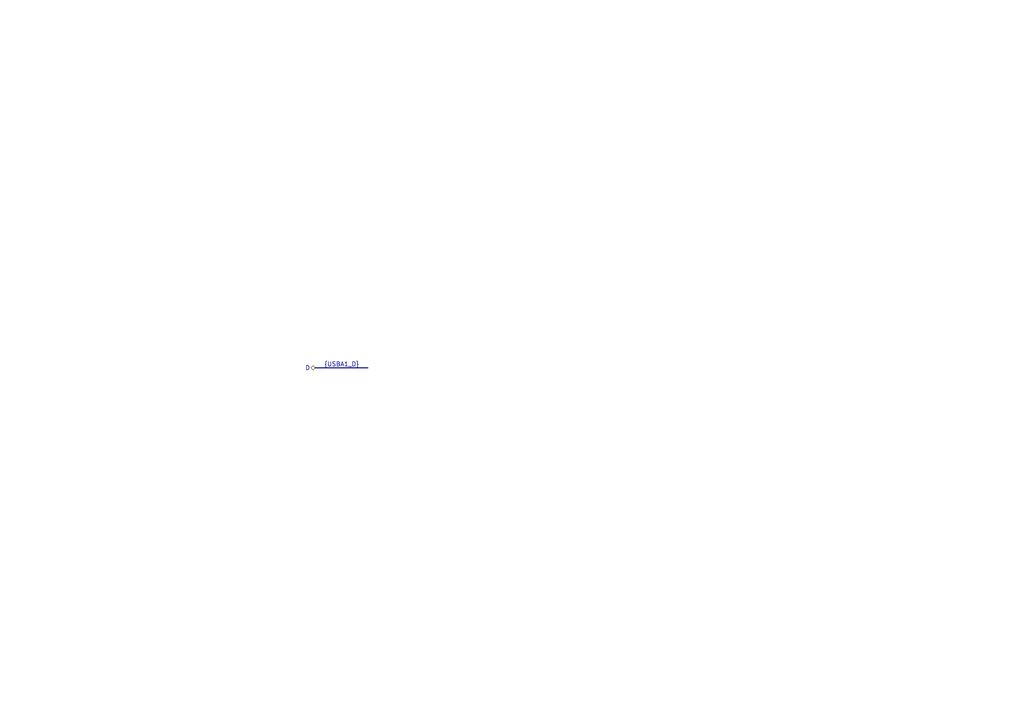
<source format=kicad_sch>
(kicad_sch
	(version 20250114)
	(generator "eeschema")
	(generator_version "9.0")
	(uuid "edc64463-bf26-455d-8b58-5bbaab5758d3")
	(paper "A4")
	(title_block
		(date "2026-01-14")
		(rev "1.0.0")
		(company "TickLab")
		(comment 1 "Project: VESA-SBC3399")
	)
	(lib_symbols)
	(bus
		(pts
			(xy 106.68 106.68) (xy 91.44 106.68)
		)
		(stroke
			(width 0)
			(type default)
		)
		(uuid "512eed71-a6ca-4f79-922c-ccade1950a0b")
	)
	(label "{USBA1_D}"
		(at 93.98 106.68 0)
		(effects
			(font
				(size 1.27 1.27)
			)
			(justify left bottom)
		)
		(uuid "4c5b6129-ac8f-4775-b39d-7c4aff082c1c")
	)
	(hierarchical_label "D"
		(shape bidirectional)
		(at 91.44 106.68 180)
		(effects
			(font
				(size 1.27 1.27)
			)
			(justify right)
		)
		(uuid "090168ad-6096-4864-b5d7-1eabcc2dc9cd")
	)
)

</source>
